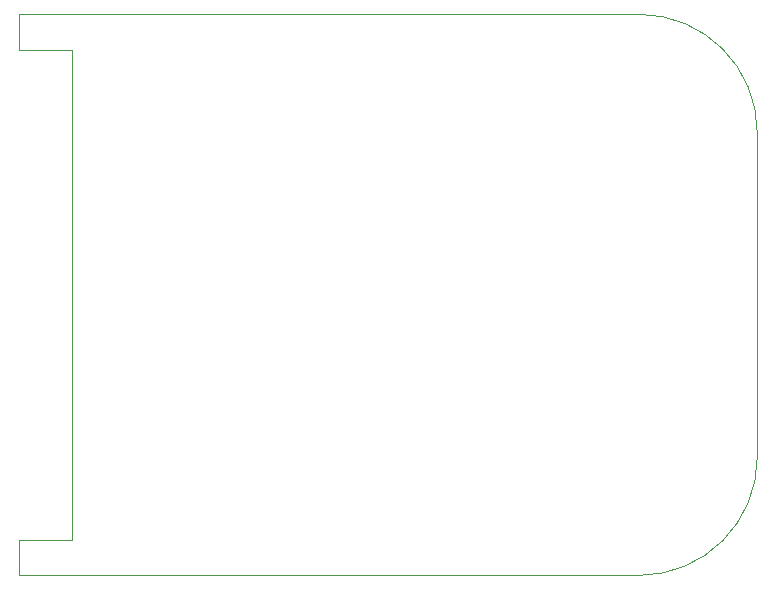
<source format=gbr>
%TF.GenerationSoftware,KiCad,Pcbnew,8.0.4*%
%TF.CreationDate,2024-08-25T16:24:30+03:00*%
%TF.ProjectId,OSSM-integrated-board,4f53534d-2d69-46e7-9465-677261746564,rev?*%
%TF.SameCoordinates,Original*%
%TF.FileFunction,Profile,NP*%
%FSLAX46Y46*%
G04 Gerber Fmt 4.6, Leading zero omitted, Abs format (unit mm)*
G04 Created by KiCad (PCBNEW 8.0.4) date 2024-08-25 16:24:30*
%MOMM*%
%LPD*%
G01*
G04 APERTURE LIST*
%TA.AperFunction,Profile*%
%ADD10C,0.100000*%
%TD*%
G04 APERTURE END LIST*
D10*
X87800000Y-131100000D02*
X92300000Y-131100000D01*
X140300000Y-134100000D02*
X87800000Y-134100000D01*
X87800000Y-86600000D02*
X140300000Y-86600000D01*
X92300000Y-89600000D02*
X87800000Y-89600000D01*
X92300000Y-131100000D02*
X92300000Y-89600000D01*
X87800000Y-134100000D02*
X87800000Y-131100000D01*
X140300000Y-86600000D02*
G75*
G02*
X150300000Y-96600000I0J-10000000D01*
G01*
X150300000Y-124100000D02*
G75*
G02*
X140300000Y-134100000I-10000000J0D01*
G01*
X150300000Y-96600000D02*
X150300000Y-124100000D01*
X87800000Y-89600000D02*
X87800000Y-86600000D01*
M02*

</source>
